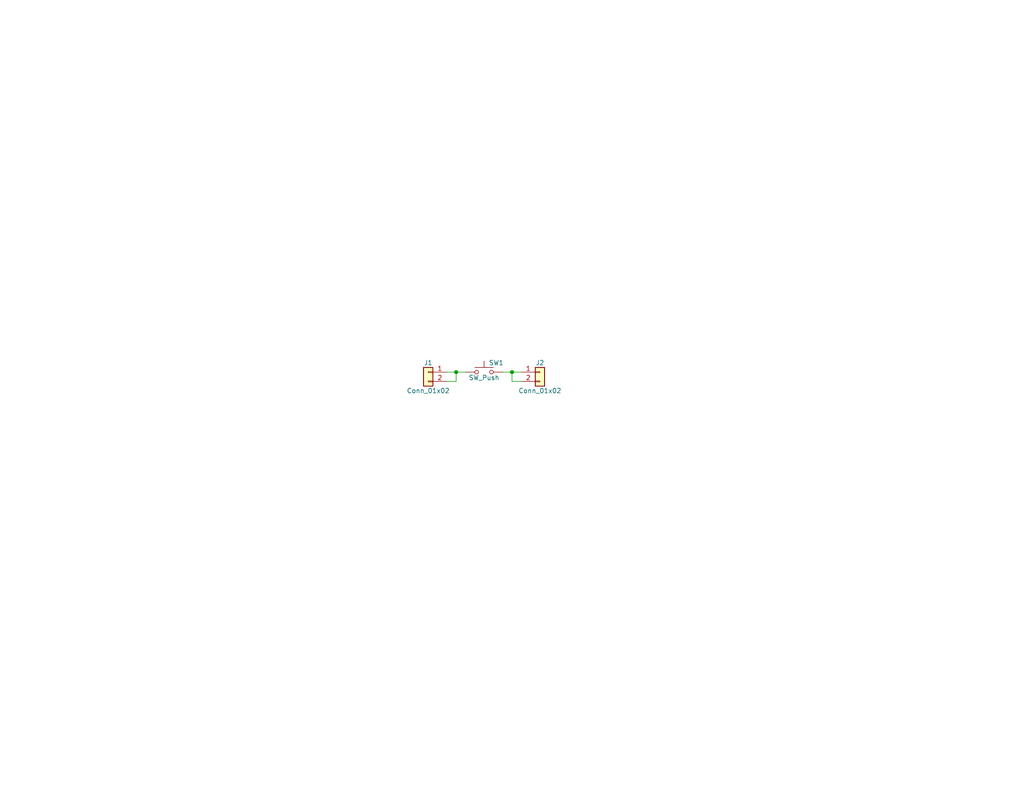
<source format=kicad_sch>
(kicad_sch (version 20231120) (generator "eeschema") (generator_version "8.0")
  (paper "A")
  (title_block (title "Breadboard Tactile Push Swtich") (date "2024-06-14") (company "Perry Leumas"))
  (lib_symbols
    (symbol "Connector_Generic:Conn_01x02" (pin_names (offset 1.016) hide)
      (property "Reference" "J" (at 0 2.54 0))
      (property "Value" "Conn_01x02" (at 0 -5.08 0))
      (symbol "Conn_01x02_1_1"
        (rectangle (start -1.27 -2.413) (end 0 -2.667) (stroke (width 0.1524)))
        (rectangle (start -1.27 0.127) (end 0 -0.127) (stroke (width 0.1524)))
        (rectangle (start -1.27 1.27) (end 1.27 -3.81) (stroke (width 0.254)) (fill (type background)))
        (pin passive line (at -5.08 0 0) (length 3.81) (name "Pin_1") (number "1"))
        (pin passive line (at -5.08 -2.54 0) (length 3.81) (name "Pin_2") (number "2"))
      )
    )
    (symbol "Switch:SW_Push" (pin_numbers hide) (pin_names (offset 1.016) hide)
      (property "Reference" "SW" (at 1.27 2.54 0))
      (property "Value" "SW_Push" (at 0 -1.524 0))
      (symbol "SW_Push_0_1"
        (circle (center -2.032 0) (radius 0.508))
        (polyline (pts (xy 0 1.27) (xy 0 3.048)))
        (polyline (pts (xy 2.54 1.27) (xy -2.54 1.27)))
        (circle (center 2.032 0) (radius 0.508))
        (pin passive line (at -5.08 0 0) (length 2.54) (name "1") (number "1"))
        (pin passive line (at 5.08 0 180) (length 2.54) (name "2") (number "2"))
      )
    )
  )
  (junction (at 139.7 101.6))
  (junction (at 124.46 101.6))
  (wire (pts (xy 121.92 104.14) (xy 124.46 104.14)))
  (wire (pts (xy 142.24 104.14) (xy 139.7 104.14)))
  (wire (pts (xy 139.7 101.6) (xy 139.7 104.14)))
  (wire (pts (xy 121.92 101.6) (xy 124.46 101.6)))
  (wire (pts (xy 139.7 101.6) (xy 142.24 101.6)))
  (wire (pts (xy 124.46 101.6) (xy 124.46 104.14)))
  (wire (pts (xy 137.16 101.6) (xy 139.7 101.6)))
  (wire (pts (xy 124.46 101.6) (xy 127 101.6)))
  (symbol (lib_id "Connector_Generic:Conn_01x02") (at 147.32 101.6 0) (unit 1)
    (property "Reference" "J2" (at 147.32 99.06 0))
    (property "Value" "Conn_01x02" (at 147.32 106.68 0))
    (property "Footprint" "Connector_PinHeader_2.54mm:PinHeader_1x02_P2.54mm_Vertical" (effects (hide yes)))
    (property "Description" "Generic connector, single row, 01x02, script generated (kicad-library-utils/schlib/autogen/connector/)" (effects (hide yes)))
  )
  (symbol (lib_id "Switch:SW_Push") (at 132.08 101.6 0) (unit 1)
    (property "Reference" "SW1" (at 133.35 99.06 0) (effects (justify left)))
    (property "Value" "SW_Push" (at 132.08 103.124 0))
    (property "Footprint" "Button_Switch_THT:SW_PUSH_6mm" (effects (hide yes)))
    (property "Description" "Push button switch, generic, two pins" (effects (hide yes)))
  )
  (symbol (lib_id "Connector_Generic:Conn_01x02") (at 116.84 101.6 0) (mirror y) (unit 1)
    (property "Reference" "J1" (at 116.84 99.06 0))
    (property "Value" "Conn_01x02" (at 116.84 106.68 0))
    (property "Footprint" "Connector_PinHeader_2.54mm:PinHeader_1x02_P2.54mm_Vertical" (effects (hide yes)))
    (property "Description" "Generic connector, single row, 01x02, script generated (kicad-library-utils/schlib/autogen/connector/)" (effects (hide yes)))
  )
)
</source>
